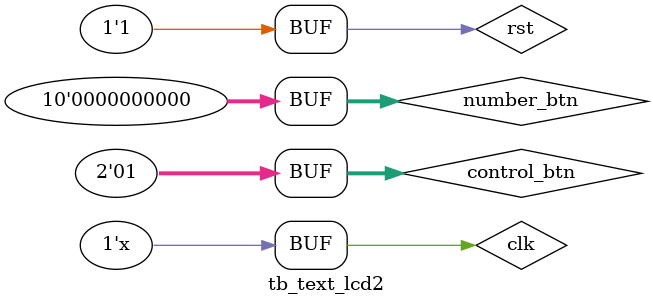
<source format=v>
`timescale 1ns / 1ps
module tb_text_lcd2();

reg rst, clk;
reg [9:0] number_btn;
reg [1:0] control_btn;

wire LCD_E, LCD_RS, LCD_RW;
wire [7:0] LCD_DATA;
wire [7:0] LED_out;

LCD_cursor tb(rst, clk, LCD_E, LCD_RS, LCD_RW, LCD_DATA, LED_out, number_btn, control_btn);

initial begin
    clk <= 0;
    rst <= 1;
    #2 rst <= 0;
    #2 rst <= 1;
    #5 number_btn <= 10'b0000_0000_00;
       control_btn <= 10'b0000_0000_00;
    #30 number_btn <= 10'b0010_0000_00; // 3 
    #30 number_btn <= 10'b0000_0000_10; // 9 
    #5 number_btn <= 10'b0000_0000_00;
    #50 control_btn <= 2'b10; // shift to left
    #50 control_btn <= 2'b01; // shift to right
    end
    
always begin
    #0.5 clk <= ~clk;
end

endmodule
</source>
